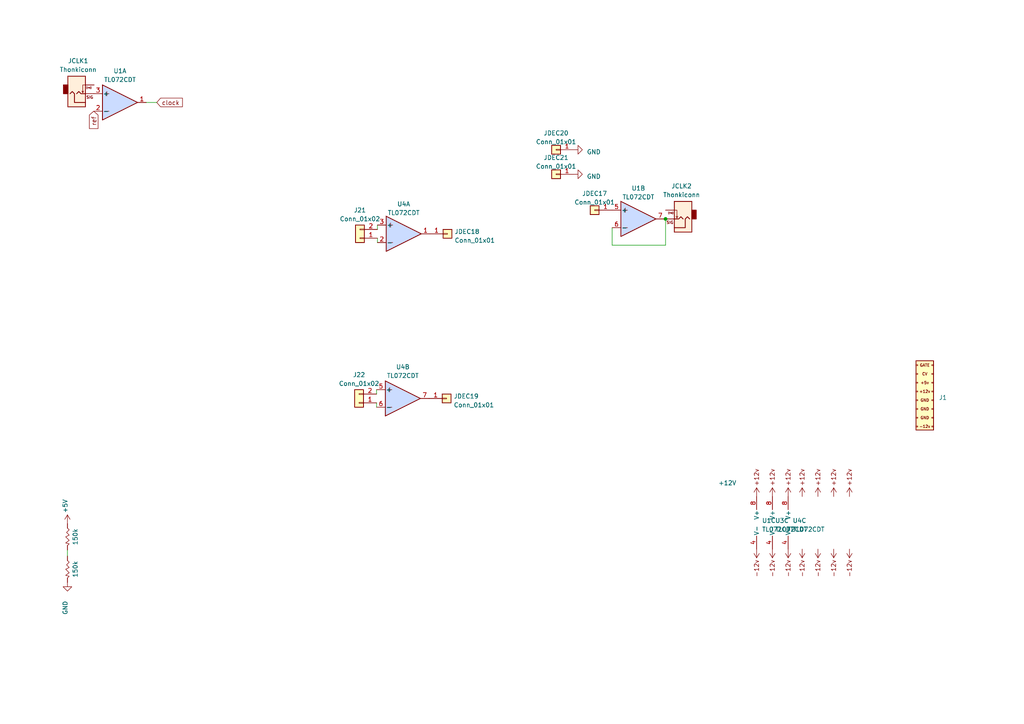
<source format=kicad_sch>
(kicad_sch (version 20230121) (generator eeschema)
  (paper "A4")
  (lib_symbols
    (symbol "Connector_Generic:Conn_01x01" (pin_names (offset 1.016) hide)
      (property "Reference" "J" (at 0 2.54 0))
      (property "Value" "Conn_01x01" (at 0 -2.54 0))
      (symbol "Conn_01x01_1_1"
        (pin passive line (at -5.08 0 0) (length 3.81) (name "Pin_1") (number "1"))
      )
    )
    (symbol "Connector_Generic:Conn_01x02" (pin_names (offset 1.016) hide)
      (property "Reference" "J" (at 0 2.54 0))
      (property "Value" "Conn_01x02" (at 0 -5.08 0))
      (symbol "Conn_01x02_1_1"
        (pin passive line (at -5.08 0 0) (length 3.81) (name "Pin_1") (number "1"))
        (pin passive line (at -5.08 -2.54 0) (length 3.81) (name "Pin_2") (number "2"))
      )
    )
    (symbol "Connector_Generic:Conn_01x03" (pin_names (offset 1.016) hide)
      (property "Reference" "J" (at 0 5.08 0))
      (property "Value" "Conn_01x03" (at 0 -5.08 0))
      (symbol "Conn_01x03_1_1"
        (pin passive line (at -5.08 2.54 0) (length 3.81) (name "Pin_1") (number "1"))
        (pin passive line (at -5.08 0 0) (length 3.81) (name "Pin_2") (number "2"))
        (pin passive line (at -5.08 -2.54 0) (length 3.81) (name "Pin_3") (number "3"))
      )
    )
    (symbol "Connector_Generic:Conn_01x05" (pin_names (offset 1.016) hide)
      (property "Reference" "J" (at 0 7.62 0))
      (property "Value" "Conn_01x05" (at 0 -7.62 0))
      (symbol "Conn_01x05_1_1"
        (pin passive line (at -5.08 5.08 0) (length 3.81) (name "Pin_1") (number "1"))
        (pin passive line (at -5.08 2.54 0) (length 3.81) (name "Pin_2") (number "2"))
        (pin passive line (at -5.08 0 0) (length 3.81) (name "Pin_3") (number "3"))
        (pin passive line (at -5.08 -2.54 0) (length 3.81) (name "Pin_4") (number "4"))
        (pin passive line (at -5.08 -5.08 0) (length 3.81) (name "Pin_5") (number "5"))
      )
    )
    (symbol "EuroRackTools:+5V" (power) (pin_names (offset 0))
      (property "Value" "+5V" (at 0 3.556 0))
      (symbol "+5V_1_1"
        (pin power_in line (at 0 0 90) (length 0) hide (name "+5V") (number "1"))
      )
    )
    (symbol "EuroRackTools:1N4148WS" (pin_numbers hide) (pin_names (offset 1.016) hide)
      (property "Reference" "D" (at 0 2.54 0))
      (property "Value" "1N4148WS" (at 0 -2.54 0))
      (symbol "1N4148WS_1_1"
        (pin passive line (at -3.81 0 0) (length 2.54) (name "K") (number "1"))
        (pin passive line (at 3.81 0 180) (length 2.54) (name "A") (number "2"))
      )
    )
    (symbol "EuroRackTools:CD4017" (pin_names (offset 1.016))
      (property "Reference" "U" (at -7.62 16.51 0))
      (property "Value" "CD4017BM" (at -7.62 -19.05 0))
      (property "lcsc" "C356694" (at 0 0 0))
      (symbol "CD4017_1_0"
        (pin output line (at 12.7 0 180) (length 5.08) (name "Q5") (number "1"))
        (pin output line (at 12.7 2.54 180) (length 5.08) (name "Q4") (number "10"))
        (pin output line (at 12.7 -10.16 180) (length 5.08) (name "Q9") (number "11"))
        (pin output line (at 12.7 -15.24 180) (length 5.08) (name "Cout") (number "12"))
        (pin input inverted (at -12.7 10.16 0) (length 5.08) (name "CKEN") (number "13"))
        (pin input clock (at -12.7 12.7 0) (length 5.08) (name "CLK") (number "14"))
        (pin input line (at -12.7 5.08 0) (length 5.08) (name "Reset") (number "15"))
        (pin power_in line (at 0 20.32 270) (length 5.08) (name "VDD") (number "16"))
        (pin output line (at 12.7 10.16 180) (length 5.08) (name "Q1") (number "2"))
        (pin output line (at 12.7 12.7 180) (length 5.08) (name "Q0") (number "3"))
        (pin output line (at 12.7 7.62 180) (length 5.08) (name "Q2") (number "4"))
        (pin output line (at 12.7 -2.54 180) (length 5.08) (name "Q6") (number "5"))
        (pin output line (at 12.7 -5.08 180) (length 5.08) (name "Q7") (number "6"))
        (pin output line (at 12.7 5.08 180) (length 5.08) (name "Q3") (number "7"))
        (pin power_in line (at 0 -22.86 90) (length 5.08) (name "VSS") (number "8"))
        (pin output line (at 12.7 -7.62 180) (length 5.08) (name "Q8") (number "9"))
      )
    )
    (symbol "EuroRackTools:EuroPower16" (pin_names (offset 1.016) hide)
      (property "Reference" "J" (at 1.27 10.16 0))
      (symbol "EuroPower16_0_0"
        (text "+12v" (at 1.27 0 0) (effects (font (size 0.8 0.8))))
        (text "+5v" (at 1.27 2.54 0) (effects (font (size 0.8 0.8))))
        (text "-12v" (at 1.27 -10.16 0) (effects (font (size 0.8 0.8))))
        (text "CV" (at 1.27 5.08 0) (effects (font (size 0.8 0.8))))
        (text "GATE" (at 1.27 7.62 0) (effects (font (size 0.8 0.8))))
        (text "GND" (at 1.27 -7.62 0) (effects (font (size 0.8 0.8))))
        (text "GND" (at 1.27 -5.08 0) (effects (font (size 0.8 0.8))))
        (text "GND" (at 1.27 -2.54 0) (effects (font (size 0.8 0.8))))
      )
      (symbol "EuroPower16_1_1"
        (pin power_in line (at 3.81 -10.16 0) (length 3.81) hide (name "-12V") (number "1"))
        (pin power_in line (at -1.27 0 180) (length 3.81) hide (name "+12V") (number "10"))
        (pin power_in line (at 3.81 2.54 0) (length 3.81) hide (name "+5V") (number "11"))
        (pin power_in line (at -1.27 2.54 180) (length 3.81) hide (name "+5V") (number "12"))
        (pin power_in line (at 3.81 5.08 0) (length 3.81) hide (name "CV") (number "13"))
        (pin power_in line (at -1.27 5.08 180) (length 3.81) hide (name "CV") (number "14"))
        (pin power_in line (at 3.81 7.62 0) (length 3.81) hide (name "GATE") (number "15"))
        (pin power_in line (at -1.27 7.62 180) (length 3.81) hide (name "GATE") (number "16"))
        (pin power_in line (at -1.27 -10.16 180) (length 3.81) hide (name "-12V") (number "2"))
        (pin power_in line (at 3.81 -7.62 0) (length 3.81) hide (name "GND") (number "3"))
        (pin power_in line (at -1.27 -7.62 180) (length 3.81) hide (name "GND") (number "4"))
        (pin power_in line (at 3.81 -5.08 0) (length 3.81) hide (name "GND") (number "5"))
        (pin power_in line (at -1.27 -5.08 180) (length 3.81) hide (name "GND") (number "6"))
        (pin power_in line (at 3.81 -2.54 0) (length 3.81) hide (name "GND") (number "7"))
        (pin power_in line (at -1.27 -2.54 180) (length 3.81) hide (name "GND") (number "8"))
        (pin power_in line (at 3.81 0 0) (length 3.81) hide (name "+12V") (number "9"))
      )
    )
    (symbol "EuroRackTools:GND" (power) (pin_names (offset 0))
      (property "Value" "GND" (at 0 -3.81 0))
      (symbol "GND_1_1"
        (pin power_in line (at 0 0 270) (length 0) hide (name "GND") (number "1"))
      )
    )
    (symbol "EuroRackTools:PUSHBTN_DPDT_LATCH" (pin_names (offset 0) hide)
      (symbol "PUSHBTN_DPDT_LATCH_1_1"
        (pin passive line (at -5.08 2.286 0) (length 2.54) (name "A") (number "1"))
        (pin passive line (at -5.08 0 0) (length 2.54) (name "A") (number "2"))
        (pin passive line (at 5.08 0 180) (length 2.54) (name "B") (number "3"))
        (pin passive line (at -5.08 -7.112 0) (length 2.54) (name "A") (number "4"))
        (pin passive line (at -5.08 -4.826 0) (length 2.54) (name "A") (number "5"))
        (pin passive line (at 5.08 -4.826 180) (length 2.54) (name "B") (number "6"))
      )
    )
    (symbol "EuroRackTools:Thonkiconn" (pin_numbers hide) (in_bom no)
      (property "Reference" "J" (at -1.524 3.048 0))
      (property "Value" "Thonkiconn" (at -0.254 -6.35 0))
      (symbol "Thonkiconn_0_0"
        (text "(no)" (at 3.302 1.778 0) (effects (font (size 0.5 0.5))))
        (text "SIG" (at 3.556 -1.016 0) (effects (font (size 0.8 0.8))))
      )
      (symbol "Thonkiconn_1_1"
        (pin power_in line (at 2.286 -2.54 180) (length 2.54) hide (name "GND") (number "S"))
        (pin passive line (at 4.826 0 180) (length 2.54) (name "~") (number "T"))
        (pin passive line (at 4.826 2.54 180) (length 2.54) (name "~") (number "TN"))
      )
    )
    (symbol "EuroRackTools:opamp harness" (power) (pin_names (offset 0))
      (property "Value" "opamp harness" (at -0.508 13.208 0))
      (symbol "opamp harness_1_1"
        (text "+12v" (at -13.208 5.588 900) (effects (font (size 1.27 1.27))))
        (text "+12v" (at -8.636 5.588 900) (effects (font (size 1.27 1.27))))
        (text "+12v" (at -4.064 5.588 900) (effects (font (size 1.27 1.27))))
        (text "+12v" (at 0 5.588 900) (effects (font (size 1.27 1.27))))
        (text "+12v" (at 4.572 5.588 900) (effects (font (size 1.27 1.27))))
        (text "+12v" (at 9.144 5.588 900) (effects (font (size 1.27 1.27))))
        (text "+12v" (at 13.716 5.588 900) (effects (font (size 1.27 1.27))))
        (text "-12v" (at -13.208 -20.828 900) (effects (font (size 1.27 1.27))))
        (text "-12v" (at -8.636 -20.828 900) (effects (font (size 1.27 1.27))))
        (text "-12v" (at -4.064 -20.828 900) (effects (font (size 1.27 1.27))))
        (text "-12v" (at 0 -20.828 900) (effects (font (size 1.27 1.27))))
        (text "-12v" (at 4.572 -20.828 900) (effects (font (size 1.27 1.27))))
        (text "-12v" (at 9.144 -20.828 900) (effects (font (size 1.27 1.27))))
        (text "-12v" (at 13.716 -20.828 900) (effects (font (size 1.27 1.27))))
        (pin power_in line (at -13.208 0 90) (length 0) hide (name "+12V") (number "1"))
        (pin power_in line (at -8.636 0 90) (length 0) hide (name "+12V") (number "1"))
        (pin power_in line (at -4.064 0 90) (length 0) hide (name "+12V") (number "1"))
        (pin power_in line (at 0 0 90) (length 0) hide (name "+12V") (number "1"))
        (pin power_in line (at 4.572 0 90) (length 0) hide (name "+12V") (number "1"))
        (pin power_in line (at 9.144 0 90) (length 0) hide (name "+12V") (number "1"))
        (pin power_in line (at 13.716 0 90) (length 0) hide (name "+12V") (number "1"))
        (pin power_in line (at -13.208 -15.24 270) (length 0) hide (name "-12V") (number "1"))
        (pin power_in line (at -8.636 -15.24 270) (length 0) hide (name "-12V") (number "1"))
        (pin power_in line (at -4.064 -15.24 270) (length 0) hide (name "-12V") (number "1"))
        (pin power_in line (at 0 -15.24 270) (length 0) hide (name "-12V") (number "1"))
        (pin power_in line (at 4.572 -15.24 270) (length 0) hide (name "-12V") (number "1"))
        (pin power_in line (at 9.144 -15.24 270) (length 0) hide (name "-12V") (number "1"))
        (pin power_in line (at 13.716 -15.24 270) (length 0) hide (name "-12V") (number "1"))
      )
    )
    (symbol "kpm-jlcpcb-basic:100k R 0402" (pin_numbers hide) (pin_names (offset 0))
      (property "Value" "100k" (at -0.635 3.81 0))
      (symbol "100k R 0402_1_1"
        (pin passive line (at -3.81 0 0) (length 1.27) (name "~") (number "1"))
        (pin passive line (at 3.81 0 180) (length 1.27) (name "~") (number "2"))
      )
    )
    (symbol "kpm-jlcpcb-basic:150k R 0402" (pin_numbers hide) (pin_names (offset 0))
      (property "Value" "150k" (at -0.635 3.81 0))
      (symbol "150k R 0402_1_1"
        (pin passive line (at -3.81 0 0) (length 1.27) (name "~") (number "1"))
        (pin passive line (at 3.81 0 180) (length 1.27) (name "~") (number "2"))
      )
    )
    (symbol "kpm-jlcpcb-basic:1k R 0603" (pin_numbers hide) (pin_names (offset 0))
      (property "Value" "1k" (at -0.635 3.81 0))
      (symbol "1k R 0603_1_1"
        (pin passive line (at -4.064 0 0) (length 1.27) (name "~") (number "1"))
        (pin passive line (at 3.556 0 180) (length 1.27) (name "~") (number "2"))
      )
    )
    (symbol "kpm-jlcpcb-basic:4.7k R 0402" (pin_numbers hide) (pin_names (offset 0))
      (property "Value" "4.7k" (at -0.635 3.81 0))
      (symbol "4.7k R 0402_1_1"
        (pin passive line (at -3.81 0 0) (length 1.27) (name "~") (number "1"))
        (pin passive line (at 3.81 0 180) (length 1.27) (name "~") (number "2"))
      )
    )
    (symbol "kpm-jlcpcb-basic:TL072CDT" (pin_names (offset 0.127))
      (property "Reference" "U" (at 0 5.08 0))
      (property "Value" "TL072CDT" (at 0 -5.08 0))
      (symbol "TL072CDT_1_1"
        (pin output line (at 7.62 0 180) (length 2.54) (name "~") (number "1"))
        (pin input line (at -7.62 -2.54 0) (length 2.54) (name "-") (number "2"))
        (pin input line (at -7.62 2.54 0) (length 2.54) (name "+") (number "3"))
      )
      (symbol "TL072CDT_2_1"
        (pin input line (at -7.62 2.54 0) (length 2.54) (name "+") (number "5"))
        (pin input line (at -7.62 -2.54 0) (length 2.54) (name "-") (number "6"))
        (pin output line (at 7.62 0 180) (length 2.54) (name "~") (number "7"))
      )
      (symbol "TL072CDT_3_1"
        (pin power_in line (at -2.54 -7.62 90) (length 3.81) (name "V-") (number "4"))
        (pin power_in line (at -2.54 7.62 270) (length 3.81) (name "V+") (number "8"))
      )
    )
    (symbol "kpm-jlcpcb-basic:blue LED 0603" (pin_numbers hide) (pin_names (offset 1.016) hide)
      (property "Reference" "D" (at 0 2.54 0))
      (symbol "blue LED 0603_1_1"
        (pin passive line (at -3.81 0 0) (length 2.54) (name "K") (number "1"))
        (pin passive line (at 3.81 0 180) (length 2.54) (name "A") (number "2"))
      )
    )
  )
  (junction (at 32.512 375.158))
  (junction (at 104.902 -135.636))
  (junction (at 104.902 -142.494))
  (junction (at 104.902 -130.556))
  (junction (at 104.902 -107.188))
  (junction (at 104.902 -118.872))
  (junction (at 32.512 378.714))
  (junction (at 145.542 -133.096))
  (junction (at 104.902 -154.178))
  (junction (at 32.512 371.094))
  (junction (at 193.04 63.5))
  (junction (at 134.874 -133.096))
  (junction (at 104.902 -165.862))
  (junction (at 32.512 373.634))
  (junction (at 32.512 366.014))
  (junction (at 32.512 376.174))
  (junction (at 32.512 368.554))
  (junction (at 165.354 -130.556))
  (wire (pts (xy 165.354 -123.698) (xy 165.354 -130.556)))
  (wire (pts (xy 119.888 343.408) (xy 114.808 343.408)))
  (wire (pts (xy 159.258 327.152) (xy 154.178 327.152)))
  (wire (pts (xy 112.014 367.284) (xy 112.014 372.11)))
  (wire (pts (xy 69.088 -107.188) (xy 48.26 -107.188)))
  (wire (pts (xy 153.924 364.236) (xy 153.924 366.776)))
  (wire (pts (xy 150.622 241.3) (xy 148.082 241.3)))
  (wire (pts (xy 69.088 -177.546) (xy 42.926 -177.546)))
  (wire (pts (xy 112.268 339.852) (xy 112.268 345.948)))
  (wire (pts (xy 114.554 367.284) (xy 119.634 367.284)))
  (wire (pts (xy 42.926 -177.546) (xy 42.926 -158.242)))
  (wire (pts (xy 86.868 -177.546) (xy 104.902 -177.546)))
  (wire (pts (xy 28.702 306.832) (xy 28.702 294.132)))
  (wire (pts (xy 113.792 265.938) (xy 113.792 268.478)))
  (wire (pts (xy 154.178 289.56) (xy 154.178 292.1)))
  (wire (pts (xy 19.558 159.512) (xy 19.558 161.29)))
  (wire (pts (xy 159.258 276.352) (xy 159.258 281.178)))
  (wire (pts (xy 119.888 305.816) (xy 114.808 305.816)))
  (wire (pts (xy 109.474 376.936) (xy 112.014 376.936)))
  (wire (pts (xy 109.728 302.26) (xy 112.268 302.26)))
  (wire (pts (xy 104.902 -154.178) (xy 104.902 -142.494)))
  (wire (pts (xy 159.258 323.596) (xy 159.258 327.152)))
  (wire (pts (xy 32.512 363.474) (xy 32.512 366.014)))
  (wire (pts (xy 109.474 65.278) (xy 109.474 66.548)))
  (wire (pts (xy 86.868 -107.188) (xy 104.902 -107.188)))
  (wire (pts (xy 150.622 236.474) (xy 150.622 241.3)))
  (wire (pts (xy 149.098 323.596) (xy 151.638 323.596)))
  (wire (pts (xy 150.114 -133.096) (xy 145.542 -133.096)))
  (wire (pts (xy 119.634 367.284) (xy 119.634 372.11)))
  (wire (pts (xy 112.014 -135.636) (xy 104.902 -135.636)))
  (wire (pts (xy 151.384 351.282) (xy 151.384 355.854)))
  (wire (pts (xy 54.102 306.832) (xy 28.702 306.832)))
  (wire (pts (xy 112.014 376.936) (xy 112.014 383.032)))
  (wire (pts (xy 42.926 -140.462) (xy 46.736 -140.462)))
  (wire (pts (xy 48.26 -107.188) (xy 48.26 -143.002)))
  (wire (pts (xy 159.004 360.68) (xy 159.004 364.236)))
  (wire (pts (xy 108.712 252.73) (xy 108.712 255.27)))
  (wire (pts (xy 109.728 339.852) (xy 112.268 339.852)))
  (wire (pts (xy 46.736 -95.504) (xy 69.088 -95.504)))
  (wire (pts (xy 104.902 -118.872) (xy 104.902 -107.188)))
  (wire (pts (xy 104.902 -107.188) (xy 104.902 -95.504)))
  (wire (pts (xy 153.162 249.682) (xy 153.162 252.222)))
  (wire (pts (xy 32.512 378.714) (xy 32.512 381.254)))
  (wire (pts (xy 149.098 325.882) (xy 149.098 329.692)))
  (wire (pts (xy 158.242 236.474) (xy 158.242 241.3)))
  (wire (pts (xy 104.902 -130.556) (xy 104.902 -118.872)))
  (wire (pts (xy 192.786 63.5) (xy 193.04 63.5)))
  (wire (pts (xy 111.252 257.556) (xy 108.712 257.556)))
  (wire (pts (xy 114.554 380.492) (xy 114.554 383.032)))
  (wire (pts (xy 151.638 276.352) (xy 151.638 281.178)))
  (wire (pts (xy 151.638 281.178) (xy 149.098 281.178)))
  (wire (pts (xy 46.736 -153.162) (xy 42.926 -153.162)))
  (wire (pts (xy 145.542 -133.096) (xy 142.494 -133.096)))
  (wire (pts (xy 112.268 330.2) (xy 112.268 335.026)))
  (wire (pts (xy 193.04 63.5) (xy 193.04 71.12)))
  (wire (pts (xy 148.844 351.282) (xy 148.844 353.568)))
  (wire (pts (xy 158.242 249.682) (xy 153.162 249.682)))
  (wire (pts (xy 153.924 351.282) (xy 159.004 351.282)))
  (wire (pts (xy 104.902 -142.494) (xy 104.902 -135.636)))
  (wire (pts (xy 45.466 -165.862) (xy 69.088 -165.862)))
  (wire (pts (xy 148.082 236.474) (xy 148.082 239.014)))
  (wire (pts (xy 69.088 -154.178) (xy 46.736 -154.178)))
  (wire (pts (xy 149.098 313.944) (xy 149.098 316.484)))
  (wire (pts (xy 148.844 362.966) (xy 148.844 366.776)))
  (wire (pts (xy 112.268 297.434) (xy 109.728 297.434)))
  (wire (pts (xy 119.634 380.492) (xy 114.554 380.492)))
  (wire (pts (xy 32.512 376.174) (xy 32.512 378.714)))
  (wire (pts (xy 118.872 262.382) (xy 118.872 265.938)))
  (wire (pts (xy 112.014 372.11) (xy 109.474 372.11)))
  (wire (pts (xy 49.53 -118.872) (xy 69.088 -118.872)))
  (wire (pts (xy 104.902 -177.546) (xy 104.902 -165.862)))
  (wire (pts (xy 119.634 376.936) (xy 119.634 380.492)))
  (wire (pts (xy 42.926 -137.922) (xy 17.526 -137.922)))
  (wire (pts (xy 86.868 -142.494) (xy 104.902 -142.494)))
  (wire (pts (xy 148.844 360.68) (xy 151.384 360.68)))
  (wire (pts (xy 159.004 364.236) (xy 153.924 364.236)))
  (wire (pts (xy 32.512 375.158) (xy 32.512 376.174)))
  (wire (pts (xy 109.474 379.222) (xy 109.474 383.032)))
  (wire (pts (xy 149.098 288.29) (xy 149.098 292.1)))
  (wire (pts (xy 114.808 330.2) (xy 119.888 330.2)))
  (wire (pts (xy 42.926 -155.702) (xy 45.466 -155.702)))
  (wire (pts (xy 109.474 367.284) (xy 109.474 369.824)))
  (wire (pts (xy 149.098 286.004) (xy 151.638 286.004)))
  (wire (pts (xy 109.22 116.84) (xy 109.22 118.11)))
  (wire (pts (xy 151.638 323.596) (xy 151.638 329.692)))
  (wire (pts (xy 17.526 -137.922) (xy 17.526 -150.622)))
  (wire (pts (xy 46.736 -140.462) (xy 46.736 -95.504)))
  (wire (pts (xy 109.474 69.088) (xy 109.474 70.358)))
  (wire (pts (xy 158.242 246.126) (xy 158.242 249.682)))
  (wire (pts (xy 150.114 -128.016) (xy 150.114 -123.698)))
  (wire (pts (xy 104.902 -165.862) (xy 104.902 -154.178)))
  (wire (pts (xy 159.004 351.282) (xy 159.004 355.854)))
  (wire (pts (xy 109.728 342.138) (xy 109.728 345.948)))
  (wire (pts (xy 17.272 375.158) (xy 32.512 375.158)))
  (wire (pts (xy 27.305 27.178) (xy 27.178 27.178)))
  (wire (pts (xy 109.728 304.546) (xy 109.728 308.356)))
  (wire (pts (xy 114.808 305.816) (xy 114.808 308.356)))
  (wire (pts (xy 112.268 302.26) (xy 112.268 308.356)))
  (wire (pts (xy 159.258 289.56) (xy 154.178 289.56)))
  (wire (pts (xy 42.926 -145.542) (xy 49.53 -145.542)))
  (wire (pts (xy 114.808 343.408) (xy 114.808 345.948)))
  (wire (pts (xy 151.384 360.68) (xy 151.384 366.776)))
  (wire (pts (xy 154.178 327.152) (xy 154.178 329.692)))
  (wire (pts (xy 32.512 366.014) (xy 32.512 368.554)))
  (wire (pts (xy 86.868 -118.872) (xy 104.902 -118.872)))
  (wire (pts (xy 119.888 292.608) (xy 119.888 297.434)))
  (wire (pts (xy 86.868 -154.178) (xy 104.902 -154.178)))
  (wire (pts (xy 118.872 265.938) (xy 113.792 265.938)))
  (wire (pts (xy 108.712 264.668) (xy 108.712 268.478)))
  (wire (pts (xy 151.638 313.944) (xy 151.638 318.77)))
  (wire (pts (xy 108.712 262.382) (xy 111.252 262.382)))
  (wire (pts (xy 153.162 236.474) (xy 158.242 236.474)))
  (wire (pts (xy 151.638 286.004) (xy 151.638 292.1)))
  (wire (pts (xy 51.308 -148.082) (xy 51.308 -130.556)))
  (wire (pts (xy 159.258 313.944) (xy 159.258 318.77)))
  (wire (pts (xy 154.178 276.352) (xy 159.258 276.352)))
  (wire (pts (xy 114.808 292.608) (xy 119.888 292.608)))
  (wire (pts (xy 53.848 -150.622) (xy 42.926 -150.622)))
  (wire (pts (xy 86.868 -95.504) (xy 104.902 -95.504)))
  (wire (pts (xy 32.512 368.554) (xy 32.512 371.094)))
  (wire (pts (xy 111.252 252.73) (xy 111.252 257.556)))
  (wire (pts (xy 150.114 -123.698) (xy 165.354 -123.698)))
  (wire (pts (xy 32.512 373.634) (xy 32.512 375.158)))
  (wire (pts (xy 112.268 335.026) (xy 109.728 335.026)))
  (wire (pts (xy 111.252 262.382) (xy 111.252 268.478)))
  (wire (pts (xy 104.902 -135.636) (xy 104.902 -130.556)))
  (wire (pts (xy 42.926 -148.082) (xy 51.308 -148.082)))
  (wire (pts (xy 45.466 -155.702) (xy 45.466 -165.862)))
  (wire (pts (xy 109.728 330.2) (xy 109.728 332.74)))
  (wire (pts (xy 177.546 71.12) (xy 177.546 66.04)))
  (wire (pts (xy 193.04 71.12) (xy 177.546 71.12)))
  (wire (pts (xy 42.418 29.718) (xy 45.466 29.718)))
  (wire (pts (xy 159.258 286.004) (xy 159.258 289.56)))
  (wire (pts (xy 69.088 -142.494) (xy 53.848 -142.494)))
  (wire (pts (xy 150.622 246.126) (xy 150.622 252.222)))
  (wire (pts (xy 154.178 313.944) (xy 159.258 313.944)))
  (wire (pts (xy 32.512 371.094) (xy 32.512 373.634)))
  (wire (pts (xy 119.888 339.852) (xy 119.888 343.408)))
  (wire (pts (xy 148.082 248.412) (xy 148.082 252.222)))
  (wire (pts (xy 46.736 -154.178) (xy 46.736 -153.162)))
  (wire (pts (xy 109.728 292.608) (xy 109.728 295.148)))
  (wire (pts (xy 149.098 276.352) (xy 149.098 278.892)))
  (wire (pts (xy 193.04 63.5) (xy 193.167 63.5)))
  (wire (pts (xy 51.308 -130.556) (xy 69.088 -130.556)))
  (wire (pts (xy 86.868 -130.556) (xy 104.902 -130.556)))
  (wire (pts (xy 109.22 113.03) (xy 109.22 114.3)))
  (wire (pts (xy 151.638 318.77) (xy 149.098 318.77)))
  (wire (pts (xy 119.888 302.26) (xy 119.888 305.816)))
  (wire (pts (xy 48.26 -143.002) (xy 42.926 -143.002)))
  (wire (pts (xy 118.872 252.73) (xy 118.872 257.556)))
  (wire (pts (xy 49.53 -145.542) (xy 49.53 -118.872)))
  (wire (pts (xy 112.268 292.608) (xy 112.268 297.434)))
  (wire (pts (xy 148.082 246.126) (xy 150.622 246.126)))
  (wire (pts (xy 53.848 -142.494) (xy 53.848 -150.622)))
  (wire (pts (xy 86.868 -165.862) (xy 104.902 -165.862)))
  (wire (pts (xy 119.888 330.2) (xy 119.888 335.026)))
  (wire (pts (xy 151.384 355.854) (xy 148.844 355.854)))
  (wire (pts (xy 113.792 252.73) (xy 118.872 252.73)))
  (text "https://www.falstad.com/circuit/circuitjs.html?ctz=CQAgjCAMB0l3BWEA2aAWB8CcBmSy0AOBBAdkJE0pDR0oFMBaMMAKACVw00UetleUEACYQhSCOhJhUkDmhg0YBFmHIEOBISylcUBcIQcuPMMIr9w5oaPGTps+auRYskQmBeFSwpTxhmRpyKpqoglmBhErbRsjJIaNCkZjiE2uKpaC76gcYhIggCloYC0WKxDkgI6DrkybTkwmCpOYasAM4mgr4SBEISAGYAhgA27fQdXWYUPVYUEhDDYxOd+ZGis+v9IEvjk-klImjRhUKLo3sA7nLCvTw4t3NQrNcPC9Zv4MgSkC83C99-uAon9PltPodfpxDjgcAJbhRYaURLx3tsYIQ-scARIwYDfq9How+p8fqCiZZPsT-OSJMwPhTSrSQMwwlTps9VtwbMd0TsLisutSjnS+gt+ct9tz6TNeTKzhK9lyeKyNnKtuLdhNgtyJJYfii7PF7JJNMhItw3OscBhWkEhX1LMKyka4rIwFJSJBdMgHshdER+KUDPb8vKnRyXRUTTByBosB5fTgdNxCHQAm0dSqthGoobo8afiHmbjHmLWEMaHBwKQBEQFrXwlYWWZwPB4DG2+3jNjgaI4RQNUJeYX+lJWAAnGh2MCNhDcodgdu-AAmlAXYXUAi2ohX9GGAFcRgAXScoU5bLcFZFL7sAc3P8NOV-M82ela9PARIHIX-cTdbeku3bFkYEgWdFFhQpSBUXxpgERgwIg2gEHMdZxDSchgLgP4ry2T8+2ea4COEXwf0IP95j+X8RH-CiZn-VcRRbNkiR3EA90PE9WDXWZ5XZaxd33IYj1PXi5RJIk+iErixOY0sDRkkTuPEu4gWkjjhNEnjmI5MFBM02SdM2ViFjCJTtNU68gUOCyVPXUJRFoDYfBRTjlLkwo6QHGgiBZV83K0+zDkYPB7jhFkwsCozeNOULkERCL4pmQyPOMuLnLkJLMrsuSQrQSlsuKVLLOsxgvKyhCKty9KEOQMikRZeqvxK4K4oSxK6rSaK0tihCYP7JKBp67SpwKhDMkoQFkrOZce08SKErkCjFrfCQR1kA0YCMSslAmlbxsilasGbIDbxA41ElUQhzBcVQYPELJsIJSqWQqxrGEOqEvjpYaWFERhhqjE1RwzUNpo68BAMh4HjULJJiGTRNYRTIh02LYIIbI-6mrI2G3SQD0yG9fg-QDbRkGDXJMbpCqcfK-F8xBt0zQtArwNUG0kDB-ZpuGkKgaELVedFbqQph8BFUFTxRTI8W8cl4XVmm6q4oqg1hdeIbUNe4lupej7IcN04DaSq9Dbx0EzYapL1axBbPurD7e1Nialo+qLXZZXsPaWr3PoeXWXathDDudwPfmV7zIC-OLPaFgURdWsqfI1xOo+9wP8ojxX05+73igy-Vc8lGnIpjqGAfjmJmaqGpSDqSDGmaeYMfzmb6dTpm4dkRJkmEVJ0kgTJsh5suA9EenMvxyo5GgZxXHcTwEx8Pw7TyabDqn4ua57pB5EUZRnA0LQdD0HnrlTfzupy1yXvoyKdf4bydd+D8ltCnWH8-0QTuUFtCbLgkNUYgtZ1DCBTCwC0lBoCgJ8KkUgxwCDL2en8CqM1mrJ1+McOgZBQ52AIp9BaEhvAAH1PCkMgKQ44CZSG3EobAbAtZCiGFIcwOhpCyE4CxIHTQTks532oh-Rq38+HPDXJgmaPhvJLRqsRIkPlawUBmr8Kc0jk7qMYAFBYc0HyaICvo3kZItYCDEZlMR2Dh5Ah8lfae4QEDkOQJQ6hkAdCkIcWBOA5BAhsLABwrADjuGVhhDrRqYi-5IGYIA5cJpWznRwtCU4PkcZd3WtGLa44AD2chtzIhoYOIs7YdBbkMDYHJchWDZOIF8YcriGL6CKcw+qhNDT71YEAA" (at -56.388 500.126 0) (effects (font (size 1.27 1.27)) (justify left bottom)))
  (global_label "ref" (shape input) (at 27.178 32.258 270) (property "Intersheetrefs" "${INTERSHEET_REFS}" (effects hide)))
  (global_label "clock" (shape input) (at 17.526 -158.242 180) (property "Intersheetrefs" "${INTERSHEET_REFS}" (effects hide)))
  (global_label "clock" (shape input) (at 45.466 29.718 0) (property "Intersheetrefs" "${INTERSHEET_REFS}" (effects hide)))
  (global_label "ref" (shape input) (at 112.014 -130.556 180) (property "Intersheetrefs" "${INTERSHEET_REFS}" (effects hide)))
  (global_label "clock" (shape input) (at 17.272 380.238 0) (property "Intersheetrefs" "${INTERSHEET_REFS}" (effects hide)))
  (global_label "ref" (shape input) (at 17.272 377.698 0) (property "Intersheetrefs" "${INTERSHEET_REFS}" (effects hide)))
  (global_label "clock" (shape input) (at 134.874 -125.476 270) (property "Intersheetrefs" "${INTERSHEET_REFS}" (effects hide)))
  (global_label "clock" (shape input) (at 13.97 286.512 180) (property "Intersheetrefs" "${INTERSHEET_REFS}" (effects hide)))
  (symbol (lib_id "EuroRackTools:1N4148WS") (at 83.058 -165.862 180) (unit 1)
    (property "Reference" "D3" (at 83.058 -171.45 0))
    (property "Value" "1N4148WS" (at 83.058 -168.91 0))
    (property "Footprint" "EuroRackTools:D_SOD-323" (effects hide))
    (property "Datasheet" "https://www.vishay.com/docs/85751/1n4148ws.pdf" (effects hide))
    (property "Sim.Pins" "1=1 2=2" (effects hide))
    (property "Sim.Device" "SPICE" (effects hide))
    (property "Sim.Params" "type=\"D\" model=\"1N4148\" lib=\"\"" (effects hide))
    (property "LCSC" "C2128" (effects hide))
  )
  (symbol (lib_id "kpm-jlcpcb-basic:TL072CDT") (at 119.634 -133.096 0) (unit 1)
    (property "Reference" "U3" (at 119.634 -141.732 0))
    (property "Value" "TL072CDT" (at 119.634 -139.192 0))
    (property "Footprint" "kpm-jlcpcb-basic:SOIC-8_3.9x4.9mm_P1.27mm" (effects hide))
    (property "Datasheet" "https://datasheet.lcsc.com/lcsc/1809051915_STMicroelectronics-TL072CDT--_C6961.pdf" (effects hide))
    (property "LCSC" "C6961" (effects hide))
  )
  (symbol (lib_id "Connector_Generic:Conn_01x02") (at 104.14 116.84 180) (unit 1)
    (property "Reference" "J22" (at 104.14 108.712 0))
    (property "Value" "Conn_01x02" (at 104.14 111.252 0))
    (property "Footprint" "Connector_PinSocket_2.54mm:PinSocket_1x02_P2.54mm_Vertical" (effects hide))
  )
  (symbol (lib_id "EuroRackTools:+5V") (at 69.088 -90.678 90) (unit 1)
    (property "Reference" "#PWR018" (effects hide))
    (property "Value" "+5V" (at 65.786 -90.043 90) (effects (justify left)))
  )
  (symbol (lib_id "Connector_Generic:Conn_01x01") (at 59.182 294.132 0) (unit 1)
    (property "Reference" "JDEC3" (at 61.468 293.497 0) (effects (justify left)))
    (property "Value" "Conn_01x01" (at 61.468 296.037 0) (effects (justify left)))
    (property "Footprint" "Connector_PinSocket_2.54mm:PinSocket_1x01_P2.54mm_Vertical" (effects hide))
  )
  (symbol (lib_id "Connector_Generic:Conn_01x01") (at 59.182 289.052 0) (unit 1)
    (property "Reference" "JDEC1" (at 61.468 288.417 0) (effects (justify left)))
    (property "Value" "Conn_01x01" (at 61.468 290.957 0) (effects (justify left)))
    (property "Footprint" "Connector_PinSocket_2.54mm:PinSocket_1x01_P2.54mm_Vertical" (effects hide))
  )
  (symbol (lib_id "kpm-jlcpcb-basic:TL072CDT") (at 221.996 151.638 0) (unit 3)
    (property "Reference" "U1" (at 220.98 151.003 0) (effects (justify left)))
    (property "Value" "TL072CDT" (at 220.98 153.543 0) (effects (justify left)))
    (property "Footprint" "kpm-jlcpcb-basic:SOIC-8_3.9x4.9mm_P1.27mm" (effects hide))
    (property "Datasheet" "https://datasheet.lcsc.com/lcsc/1809051915_STMicroelectronics-TL072CDT--_C6961.pdf" (effects hide))
    (property "LCSC" "C6961" (effects hide))
  )
  (symbol (lib_id "kpm-jlcpcb-basic:TL072CDT") (at 231.14 151.638 0) (unit 3)
    (property "Reference" "U4" (at 229.87 151.003 0) (effects (justify left)))
    (property "Value" "TL072CDT" (at 229.87 153.543 0) (effects (justify left)))
    (property "Footprint" "kpm-jlcpcb-basic:SOIC-8_3.9x4.9mm_P1.27mm" (effects hide))
    (property "Datasheet" "https://datasheet.lcsc.com/lcsc/1809051915_STMicroelectronics-TL072CDT--_C6961.pdf" (effects hide))
    (property "LCSC" "C6961" (effects hide))
  )
  (symbol (lib_id "EuroRackTools:Thonkiconn") (at 177.8 -130.556 0) (mirror y) (unit 1) (in_bom no)
    (property "Reference" "JOUT1" (at 177.6093 -140.081 0))
    (property "Value" "Thonkiconn" (at 177.6093 -137.541 0))
    (property "Footprint" "EuroRackTools:Jack_3.5mm_QingPu_WQP-PJ398SM_Vertical_CircularHoles" (effects hide))
  )
  (symbol (lib_id "kpm-jlcpcb-basic:150k R 0402") (at 19.558 165.1 270) (unit 1)
    (property "Reference" "R3" (effects hide))
    (property "Value" "150k" (at 21.844 165.1 0))
    (property "Footprint" "kpm-jlcpcb-basic:R_0402_1005Metric" (effects hide))
    (property "Datasheet" "https://datasheet.lcsc.com/lcsc/2206010100_UNI-ROYAL-Uniroyal-Elec-0402WGF1503TCE_C25755.pdf" (effects hide))
    (property "LCSC" "C25755" (effects hide))
    (property "Stock" "134883" (effects hide))
    (property "price" "0.0005" (effects hide))
  )
  (symbol (lib_id "kpm-jlcpcb-basic:4.7k R 0402") (at 90.678 -161.036 0) (unit 1)
    (property "Reference" "R5" (effects hide))
    (property "Value" "4.7k" (at 90.678 -162.56 0))
    (property "Footprint" "kpm-jlcpcb-basic:R_0402_1005Metric" (effects hide))
    (property "Datasheet" "https://datasheet.lcsc.com/lcsc/2206010045_UNI-ROYAL-Uniroyal-Elec-0402WGF4701TCE_C25900.pdf" (effects hide))
    (property "LCSC" "C25900" (effects hide))
    (property "Stock" "1990393" (effects hide))
    (property "price" "0.0006" (effects hide))
  )
  (symbol (lib_id "EuroRackTools:EuroPower16") (at 266.954 113.538 0) (unit 1)
    (property "Reference" "J1" (at 272.288 115.316 0) (effects (justify left)))
    (property "Value" "EuroPower16" (effects hide))
    (property "Footprint" "Connector_IDC:IDC-Header_2x08_P2.54mm_Vertical" (effects hide))
  )
  (symbol (lib_id "kpm-jlcpcb-basic:4.7k R 0402") (at 90.678 -102.362 0) (unit 1)
    (property "Reference" "R10" (effects hide))
    (property "Value" "4.7k" (at 90.678 -103.886 0))
    (property "Footprint" "kpm-jlcpcb-basic:R_0402_1005Metric" (effects hide))
    (property "Datasheet" "https://datasheet.lcsc.com/lcsc/2206010045_UNI-ROYAL-Uniroyal-Elec-0402WGF4701TCE_C25900.pdf" (effects hide))
    (property "LCSC" "C25900" (effects hide))
    (property "Stock" "1990393" (effects hide))
    (property "price" "0.0006" (effects hide))
  )
  (symbol (lib_id "kpm-jlcpcb-basic:blue LED 0603") (at 83.058 -114.046 180) (unit 1)
    (property "Reference" "D12" (at 84.6455 -118.11 0))
    (property "Value" "blue" (effects hide))
    (property "Footprint" "kpm-jlcpcb-basic:LED_0603_1608Metric" (effects hide))
    (property "Datasheet" "https://datasheet.lcsc.com/lcsc/1811101510_Everlight-Elec-19-217-BHC-ZL1M2RY-3T_C72041.pdf" (effects hide))
    (property "LCSC" "C72041" (effects hide))
    (property "Stock" "333440" (effects hide))
    (property "price" "0.0179" (effects hide))
  )
  (symbol (lib_id "EuroRackTools:GND") (at 17.526 -155.702 270) (unit 1)
    (property "Reference" "#PWR02" (effects hide))
    (property "Value" "GND" (at 14.351 -155.067 90) (effects (justify right)))
  )
  (symbol (lib_id "Connector_Generic:Conn_01x05") (at 151.638 334.772 90) (mirror x) (unit 1)
    (property "Reference" "J14" (at 151.384 366.776 90))
    (property "Value" "Conn_01x05" (effects hide))
    (property "Footprint" "Connector_PinSocket_2.54mm:PinSocket_1x05_P2.54mm_Vertical" (effects hide))
  )
  (symbol (lib_id "EuroRackTools:+5V") (at 156.718 329.692 270) (unit 1)
    (property "Reference" "#PWR0116" (effects hide))
    (property "Value" "+5V" (at 160.02 330.327 90) (effects (justify left)))
  )
  (symbol (lib_id "kpm-jlcpcb-basic:blue LED 0603") (at 83.058 -125.73 180) (unit 1)
    (property "Reference" "D10" (at 84.6455 -129.794 0))
    (property "Value" "blue" (effects hide))
    (property "Footprint" "kpm-jlcpcb-basic:LED_0603_1608Metric" (effects hide))
    (property "Datasheet" "https://datasheet.lcsc.com/lcsc/1811101510_Everlight-Elec-19-217-BHC-ZL1M2RY-3T_C72041.pdf" (effects hide))
    (property "LCSC" "C72041" (effects hide))
    (property "Stock" "333440" (effects hide))
    (property "price" "0.0179" (effects hide))
  )
  (symbol (lib_id "kpm-jlcpcb-basic:TL072CDT") (at 34.798 29.718 0) (unit 1)
    (property "Reference" "U1" (at 34.798 20.574 0))
    (property "Value" "TL072CDT" (at 34.798 23.114 0))
    (property "Footprint" "kpm-jlcpcb-basic:SOIC-8_3.9x4.9mm_P1.27mm" (effects hide))
    (property "Datasheet" "https://datasheet.lcsc.com/lcsc/1809051915_STMicroelectronics-TL072CDT--_C6961.pdf" (effects hide))
    (property "LCSC" "C6961" (effects hide))
  )
  (symbol (lib_id "Connector_Generic:Conn_01x01") (at 23.622 286.512 180) (unit 1)
    (property "Reference" "J2" (at 23.622 281.432 0))
    (property "Value" "Conn_01x01" (at 23.622 283.972 0))
  )
  (symbol (lib_id "Connector_Generic:Conn_01x01") (at 37.592 371.094 0) (unit 1)
    (property "Reference" "JDEC12" (at 39.878 370.459 0) (effects (justify left)))
    (property "Value" "Conn_01x01" (at 39.878 372.999 0) (effects (justify left)))
    (property "Footprint" "Connector_PinSocket_2.54mm:PinSocket_1x01_P2.54mm_Vertical" (effects hide))
  )
  (symbol (lib_id "EuroRackTools:GND") (at 94.488 -102.362 90) (unit 1)
    (property "Reference" "#PWR021" (effects hide))
    (property "Value" "GND" (at 98.806 -101.727 90) (effects (justify right)))
  )
  (symbol (lib_id "EuroRackTools:1N4148WS") (at 138.684 -133.096 180) (unit 1)
    (property "Reference" "D18" (at 138.684 -137.668 0))
    (property "Value" "1N4148WS" (at 138.684 -135.128 0))
    (property "Footprint" "EuroRackTools:D_SOD-323" (effects hide))
    (property "Datasheet" "https://www.vishay.com/docs/85751/1n4148ws.pdf" (effects hide))
    (property "Sim.Pins" "1=1 2=2" (effects hide))
    (property "Sim.Device" "SPICE" (effects hide))
    (property "Sim.Params" "type=\"D\" model=\"1N4148\" lib=\"\"" (effects hide))
    (property "LCSC" "C2128" (effects hide))
  )
  (symbol (lib_id "Connector_Generic:Conn_01x05") (at 151.384 371.856 90) (mirror x) (unit 1)
    (property "Reference" "J18" (at 151.384 376.174 90))
    (property "Value" "Conn_01x05" (effects hide))
    (property "Footprint" "Connector_PinSocket_2.54mm:PinSocket_1x05_P2.54mm_Vertical" (effects hide))
  )
  (symbol (lib_id "Connector_Generic:Conn_01x05") (at 150.622 257.302 90) (mirror x) (unit 1)
    (property "Reference" "J6" (at 150.622 261.62 90))
    (property "Value" "Conn_01x05" (effects hide))
    (property "Footprint" "Connector_PinSocket_2.54mm:PinSocket_1x05_P2.54mm_Vertical" (effects hide))
  )
  (symbol (lib_id "kpm-jlcpcb-basic:100k R 0402") (at 131.064 -133.096 0) (unit 1)
    (property "Reference" "R12" (effects hide))
    (property "Value" "100k" (at 131.064 -135.382 0))
    (property "Footprint" "kpm-jlcpcb-basic:R_0402_1005Metric" (effects hide))
    (property "Datasheet" "https://datasheet.lcsc.com/lcsc/2206010100_UNI-ROYAL-Uniroyal-Elec-0402WGF1003TCE_C25741.pdf" (effects hide))
    (property "LCSC" "C25741" (effects hide))
    (property "Stock" "1714917" (effects hide))
    (property "price" "0.0006" (effects hide))
  )
  (symbol (lib_id "EuroRackTools:PUSHBTN_DPDT_LATCH") (at 153.162 241.3 0) (unit 1)
    (property "Reference" "SW41" (effects hide))
    (property "Value" "PUSHBTN_DPDT_LATCH" (effects hide))
    (property "Footprint" "EuroRackTools:SMD switch 6pin" (effects hide))
    (property "lcsc" "C2941005" (effects hide))
  )
  (symbol (lib_id "kpm-jlcpcb-basic:4.7k R 0402") (at 90.678 -114.046 0) (unit 1)
    (property "Reference" "R9" (effects hide))
    (property "Value" "4.7k" (at 90.678 -115.57 0))
    (property "Footprint" "kpm-jlcpcb-basic:R_0402_1005Metric" (effects hide))
    (property "Datasheet" "https://datasheet.lcsc.com/lcsc/2206010045_UNI-ROYAL-Uniroyal-Elec-0402WGF4701TCE_C25900.pdf" (effects hide))
    (property "LCSC" "C25900" (effects hide))
    (property "Stock" "1990393" (effects hide))
    (property "price" "0.0006" (effects hide))
  )
  (symbol (lib_id "Connector_Generic:Conn_01x03") (at 12.192 377.698 180) (unit 1)
    (property "Reference" "J4" (at 12.192 370.332 0))
    (property "Value" "Conn_01x03" (at 12.192 372.872 0))
    (property "Footprint" "Connector_PinSocket_2.54mm:PinSocket_1x03_P2.54mm_Vertical" (effects hide))
  )
  (symbol (lib_id "Connector_Generic:Conn_01x03") (at 151.638 271.272 90) (unit 1)
    (property "Reference" "J11" (at 156.21 270.637 90) (effects (justify right)))
    (property "Value" "Conn_01x03" (effects hide))
    (property "Footprint" "Connector_PinSocket_2.54mm:PinSocket_1x03_P2.54mm_Vertical" (effects hide))
  )
  (symbol (lib_id "EuroRackTools:GND") (at 146.558 292.1 180) (unit 1)
    (property "Reference" "#PWR0113" (effects hide))
    (property "Value" "GND" (at 146.558 288.544 0))
  )
  (symbol (lib_id "EuroRackTools:1N4148WS") (at 83.058 -130.556 180) (unit 1)
    (property "Reference" "D9" (at 83.058 -136.144 0))
    (property "Value" "1N4148WS" (at 83.058 -133.604 0))
    (property "Footprint" "EuroRackTools:D_SOD-323" (effects hide))
    (property "Datasheet" "https://www.vishay.com/docs/85751/1n4148ws.pdf" (effects hide))
    (property "Sim.Pins" "1=1 2=2" (effects hide))
    (property "Sim.Device" "SPICE" (effects hide))
    (property "Sim.Params" "type=\"D\" model=\"1N4148\" lib=\"\"" (effects hide))
    (property "LCSC" "C2128" (effects hide))
  )
  (symbol (lib_id "EuroRackTools:PUSHBTN_DPDT_LATCH") (at 113.792 257.556 0) (unit 1)
    (property "Reference" "SW42" (effects hide))
    (property "Value" "PUSHBTN_DPDT_LATCH" (effects hide))
    (property "Footprint" "EuroRackTools:SMD switch 6pin" (effects hide))
    (property "lcsc" "C2941005" (effects hide))
  )
  (symbol (lib_id "EuroRackTools:CD4017") (at 41.402 299.212 0) (unit 1)
    (property "Reference" "U12" (at 43.3579 278.003 0) (effects (justify left)))
    (property "Value" "CD4017BM" (at 43.3579 280.543 0) (effects (justify left)))
    (property "Footprint" "EuroRackTools:SOP-16_4.4x10.4mm_P1.27mm" (effects hide))
    (property "Datasheet" "http://www.intersil.com/content/dam/Intersil/documents/cd40/cd4017bms-22bms.pdf" (effects hide))
    (property "lcsc" "C356694" (at 43.3579 283.083 0) (effects (justify left)))
  )
  (symbol (lib_id "EuroRackTools:Thonkiconn") (at 22.479 27.178 0) (unit 1) (in_bom no)
    (property "Reference" "JCLK1" (at 22.6697 17.653 0))
    (property "Value" "Thonkiconn" (at 22.6697 20.193 0))
    (property "Footprint" "EuroRackTools:Jack_3.5mm_QingPu_WQP-PJ398SM_Vertical_CircularHoles" (effects hide))
  )
  (symbol (lib_id "kpm-jlcpcb-basic:4.7k R 0402") (at 90.678 -125.73 0) (unit 1)
    (property "Reference" "R8" (effects hide))
    (property "Value" "4.7k" (at 90.678 -127.254 0))
    (property "Footprint" "kpm-jlcpcb-basic:R_0402_1005Metric" (effects hide))
    (property "Datasheet" "https://datasheet.lcsc.com/lcsc/2206010045_UNI-ROYAL-Uniroyal-Elec-0402WGF4701TCE_C25900.pdf" (effects hide))
    (property "LCSC" "C25900" (effects hide))
    (property "Stock" "1990393" (effects hide))
    (property "price" "0.0006" (effects hide))
  )
  (symbol (lib_id "kpm-jlcpcb-basic:4.7k R 0402") (at 90.678 -172.72 0) (unit 1)
    (property "Reference" "R4" (effects hide))
    (property "Value" "4.7k" (at 90.678 -174.244 0))
    (property "Footprint" "kpm-jlcpcb-basic:R_0402_1005Metric" (effects hide))
    (property "Datasheet" "https://datasheet.lcsc.com/lcsc/2206010045_UNI-ROYAL-Uniroyal-Elec-0402WGF4701TCE_C25900.pdf" (effects hide))
    (property "LCSC" "C25900" (effects hide))
    (property "Stock" "1990393" (effects hide))
    (property "price" "0.0006" (effects hide))
  )
  (symbol (lib_id "kpm-jlcpcb-basic:150k R 0402") (at 19.558 155.702 270) (unit 1)
    (property "Reference" "R2" (effects hide))
    (property "Value" "150k" (at 21.844 155.702 0))
    (property "Footprint" "kpm-jlcpcb-basic:R_0402_1005Metric" (effects hide))
    (property "Datasheet" "https://datasheet.lcsc.com/lcsc/2206010100_UNI-ROYAL-Uniroyal-Elec-0402WGF1503TCE_C25755.pdf" (effects hide))
    (property "LCSC" "C25755" (effects hide))
    (property "Stock" "134883" (effects hide))
    (property "price" "0.0005" (effects hide))
  )
  (symbol (lib_id "kpm-jlcpcb-basic:blue LED 0603") (at 83.058 -102.362 180) (unit 1)
    (property "Reference" "D14" (at 84.6455 -106.426 0))
    (property "Value" "blue" (effects hide))
    (property "Footprint" "kpm-jlcpcb-basic:LED_0603_1608Metric" (effects hide))
    (property "Datasheet" "https://datasheet.lcsc.com/lcsc/1811101510_Everlight-Elec-19-217-BHC-ZL1M2RY-3T_C72041.pdf" (effects hide))
    (property "LCSC" "C72041" (effects hide))
    (property "Stock" "333440" (effects hide))
    (property "price" "0.0179" (effects hide))
  )
  (symbol (lib_id "EuroRackTools:CD4017") (at 30.226 -145.542 0) (unit 1)
    (property "Reference" "U2" (at 32.1819 -166.751 0) (effects (justify left)))
    (property "Value" "CD4017BM" (at 32.1819 -164.211 0) (effects (justify left)))
    (property "Footprint" "EuroRackTools:SOP-16_4.4x10.4mm_P1.27mm" (effects hide))
    (property "Datasheet" "http://www.intersil.com/content/dam/Intersil/documents/cd40/cd4017bms-22bms.pdf" (effects hide))
    (property "lcsc" "C356694" (at 32.1819 -161.671 0) (effects (justify left)))
  )
  (symbol (lib_id "kpm-jlcpcb-basic:TL072CDT") (at 117.094 67.818 0) (unit 1)
    (property "Reference" "U4" (at 117.094 59.182 0))
    (property "Value" "TL072CDT" (at 117.094 61.722 0))
    (property "Footprint" "kpm-jlcpcb-basic:SOIC-8_3.9x4.9mm_P1.27mm" (effects hide))
    (property "Datasheet" "https://datasheet.lcsc.com/lcsc/1809051915_STMicroelectronics-TL072CDT--_C6961.pdf" (effects hide))
    (property "LCSC" "C6961" (effects hide))
  )
  (symbol (lib_id "Connector_Generic:Conn_01x05") (at 112.268 313.436 90) (mirror x) (unit 1)
    (property "Reference" "J10" (effects hide))
    (property "Value" "Conn_01x05" (effects hide))
    (property "Footprint" "Connector_PinSocket_2.54mm:PinSocket_1x05_P2.54mm_Vertical" (effects hide))
  )
  (symbol (lib_id "EuroRackTools:GND") (at 166.37 50.546 90) (unit 1)
    (property "Reference" "#PWR025" (effects hide))
    (property "Value" "GND" (at 170.18 51.181 90) (effects (justify right)))
  )
  (symbol (lib_id "kpm-jlcpcb-basic:blue LED 0603") (at 83.058 -137.668 180) (unit 1)
    (property "Reference" "D8" (at 84.6455 -141.732 0))
    (property "Value" "blue" (effects hide))
    (property "Footprint" "kpm-jlcpcb-basic:LED_0603_1608Metric" (effects hide))
    (property "Datasheet" "https://datasheet.lcsc.com/lcsc/1811101510_Everlight-Elec-19-217-BHC-ZL1M2RY-3T_C72041.pdf" (effects hide))
    (property "LCSC" "C72041" (effects hide))
    (property "Stock" "333440" (effects hide))
    (property "price" "0.0179" (effects hide))
  )
  (symbol (lib_id "EuroRackTools:1N4148WS") (at 83.058 -107.188 180) (unit 1)
    (property "Reference" "D13" (at 83.058 -112.776 0))
    (property "Value" "1N4148WS" (at 83.058 -110.236 0))
    (property "Footprint" "EuroRackTools:D_SOD-323" (effects hide))
    (property "Datasheet" "https://www.vishay.com/docs/85751/1n4148ws.pdf" (effects hide))
    (property "Sim.Pins" "1=1 2=2" (effects hide))
    (property "Sim.Device" "SPICE" (effects hide))
    (property "Sim.Params" "type=\"D\" model=\"1N4148\" lib=\"\"" (effects hide))
    (property "LCSC" "C2128" (effects hide))
  )
  (symbol (lib_id "Connector_Generic:Conn_01x01") (at 59.182 299.212 0) (unit 1)
    (property "Reference" "JDEC5" (at 61.468 298.577 0) (effects (justify left)))
    (property "Value" "Conn_01x01" (at 61.468 301.117 0) (effects (justify left)))
    (property "Footprint" "Connector_PinSocket_2.54mm:PinSocket_1x01_P2.54mm_Vertical" (effects hide))
  )
  (symbol (lib_id "EuroRackTools:GND") (at 107.188 345.948 180) (unit 1)
    (property "Reference" "#PWR0117" (effects hide))
    (property "Value" "GND" (at 107.188 342.392 0))
  )
  (symbol (lib_id "Connector_Generic:Conn_01x01") (at 172.466 60.96 180) (unit 1)
    (property "Reference" "JDEC17" (at 172.466 56.134 0))
    (property "Value" "Conn_01x01" (at 172.466 58.674 0))
    (property "Footprint" "Connector_PinSocket_2.54mm:PinSocket_1x01_P2.54mm_Vertical" (effects hide))
  )
  (symbol (lib_id "Connector_Generic:Conn_01x01") (at 129.54 115.57 0) (unit 1)
    (property "Reference" "JDEC19" (at 131.572 114.935 0) (effects (justify left)))
    (property "Value" "Conn_01x01" (at 131.572 117.475 0) (effects (justify left)))
    (property "Footprint" "Connector_PinSocket_2.54mm:PinSocket_1x01_P2.54mm_Vertical" (effects hide))
  )
  (symbol (lib_id "EuroRackTools:GND") (at 94.488 -125.73 90) (unit 1)
    (property "Reference" "#PWR019" (effects hide))
    (property "Value" "GND" (at 98.806 -125.095 90) (effects (justify right)))
  )
  (symbol (lib_id "Connector_Generic:Conn_01x01") (at 59.182 286.512 0) (unit 1)
    (property "Reference" "JDEC8" (at 61.468 285.877 0) (effects (justify left)))
    (property "Value" "Conn_01x01" (at 61.468 288.417 0) (effects (justify left)))
    (property "Footprint" "Connector_PinSocket_2.54mm:PinSocket_1x01_P2.54mm_Vertical" (effects hide))
  )
  (symbol (lib_id "Connector_Generic:Conn_01x03") (at 112.268 287.528 90) (unit 1)
    (property "Reference" "J9" (at 116.84 286.893 90) (effects (justify right)))
    (property "Value" "Conn_01x03" (effects hide))
    (property "Footprint" "Connector_PinSocket_2.54mm:PinSocket_1x03_P2.54mm_Vertical" (effects hide))
  )
  (symbol (lib_id "EuroRackTools:+5V") (at 155.702 252.222 270) (unit 1)
    (property "Reference" "#PWR0108" (effects hide))
    (property "Value" "+5V" (at 159.004 252.857 90) (effects (justify left)))
  )
  (symbol (lib_id "Connector_Generic:Conn_01x03") (at 151.384 346.202 90) (unit 1)
    (property "Reference" "J17" (at 155.956 345.567 90) (effects (justify right)))
    (property "Value" "Conn_01x03" (effects hide))
    (property "Footprint" "Connector_PinSocket_2.54mm:PinSocket_1x03_P2.54mm_Vertical" (effects hide))
  )
  (symbol (lib_id "EuroRackTools:+5V") (at 117.348 345.948 270) (unit 1)
    (property "Reference" "#PWR0118" (effects hide))
    (property "Value" "+5V" (at 120.65 346.583 90) (effects (justify left)))
  )
  (symbol (lib_id "EuroRackTools:PUSHBTN_DPDT_LATCH") (at 74.168 -95.504 0) (unit 1)
    (property "Reference" "SW8" (effects hide))
    (property "Value" "PUSHBTN_DPDT_LATCH" (effects hide))
    (property "Footprint" "EuroRackTools:SMD switch 6pin" (effects hide))
    (property "lcsc" "C2941005" (effects hide))
  )
  (symbol (lib_id "EuroRackTools:GND") (at 94.488 -161.036 90) (unit 1)
    (property "Reference" "#PWR010" (effects hide))
    (property "Value" "GND" (at 98.806 -160.401 90) (effects (justify right)))
  )
  (symbol (lib_id "Connector_Generic:Conn_01x01") (at 37.592 366.014 0) (unit 1)
    (property "Reference" "JDEC10" (at 39.878 365.379 0) (effects (justify left)))
    (property "Value" "Conn_01x01" (at 39.878 367.919 0) (effects (justify left)))
    (property "Footprint" "Connector_PinSocket_2.54mm:PinSocket_1x01_P2.54mm_Vertical" (effects hide))
  )
  (symbol (lib_id "EuroRackTools:+5V") (at 69.088 -149.352 90) (unit 1)
    (property "Reference" "#PWR011" (effects hide))
    (property "Value" "+5V" (at 65.786 -148.717 90) (effects (justify left)))
  )
  (symbol (lib_id "EuroRackTools:1N4148WS") (at 83.058 -95.504 180) (unit 1)
    (property "Reference" "D15" (at 83.058 -101.092 0))
    (property "Value" "1N4148WS" (at 83.058 -98.552 0))
    (property "Footprint" "EuroRackTools:D_SOD-323" (effects hide))
    (property "Datasheet" "https://www.vishay.com/docs/85751/1n4148ws.pdf" (effects hide))
    (property "Sim.Pins" "1=1 2=2" (effects hide))
    (property "Sim.Device" "SPICE" (effects hide))
    (property "Sim.Params" "type=\"D\" model=\"1N4148\" lib=\"\"" (effects hide))
    (property "LCSC" "C2128" (effects hide))
  )
  (symbol (lib_id "Connector_Generic:Conn_01x01") (at 37.592 381.254 0) (unit 1)
    (property "Reference" "JDEC16" (at 39.878 380.619 0) (effects (justify left)))
    (property "Value" "Conn_01x01" (at 39.878 383.159 0) (effects (justify left)))
    (property "Footprint" "Connector_PinSocket_2.54mm:PinSocket_1x01_P2.54mm_Vertical" (effects hide))
  )
  (symbol (lib_id "EuroRackTools:GND") (at 19.558 168.91 0) (unit 1)
    (property "Reference" "#PWR06" (effects hide))
    (property "Value" "GND" (at 18.923 174.244 90) (effects (justify right)))
  )
  (symbol (lib_id "Connector_Generic:Conn_01x01") (at 59.182 304.292 0) (unit 1)
    (property "Reference" "JDEC7" (at 61.468 303.657 0) (effects (justify left)))
    (property "Value" "Conn_01x01" (at 61.468 306.197 0) (effects (justify left)))
    (property "Footprint" "Connector_PinSocket_2.54mm:PinSocket_1x01_P2.54mm_Vertical" (effects hide))
  )
  (symbol (lib_id "EuroRackTools:PUSHBTN_DPDT_LATCH") (at 74.168 -118.872 0) (unit 1)
    (property "Reference" "SW6" (effects hide))
    (property "Value" "PUSHBTN_DPDT_LATCH" (effects hide))
    (property "Footprint" "EuroRackTools:SMD switch 6pin" (effects hide))
    (property "lcsc" "C2941005" (effects hide))
  )
  (symbol (lib_id "EuroRackTools:+5V") (at 69.088 -114.046 90) (unit 1)
    (property "Reference" "#PWR016" (effects hide))
    (property "Value" "+5V" (at 65.786 -113.411 90) (effects (justify left)))
  )
  (symbol (lib_id "kpm-jlcpcb-basic:4.7k R 0402") (at 90.678 -90.678 0) (unit 1)
    (property "Reference" "R11" (effects hide))
    (property "Value" "4.7k" (at 90.678 -92.202 0))
    (property "Footprint" "kpm-jlcpcb-basic:R_0402_1005Metric" (effects hide))
    (property "Datasheet" "https://datasheet.lcsc.com/lcsc/2206010045_UNI-ROYAL-Uniroyal-Elec-0402WGF4701TCE_C25900.pdf" (effects hide))
    (property "LCSC" "C25900" (effects hide))
    (property "Stock" "1990393" (effects hide))
    (property "price" "0.0006" (effects hide))
  )
  (symbol (lib_id "EuroRackTools:PUSHBTN_DPDT_LATCH") (at 74.168 -107.188 0) (unit 1)
    (property "Reference" "SW7" (effects hide))
    (property "Value" "PUSHBTN_DPDT_LATCH" (effects hide))
    (property "Footprint" "EuroRackTools:SMD switch 6pin" (effects hide))
    (property "lcsc" "C2941005" (effects hide))
  )
  (symbol (lib_id "kpm-jlcpcb-basic:1k R 0603") (at 169.418 -130.556 0) (unit 1)
    (property "Reference" "R13" (effects hide))
    (property "Value" "1k" (at 169.164 -132.334 0))
    (property "Footprint" "kpm-jlcpcb-basic:R_0603_1608Metric" (effects hide))
    (property "Datasheet" "https://datasheet.lcsc.com/lcsc/2206010130_UNI-ROYAL-Uniroyal-Elec-0603WAF1001T5E_C21190.pdf" (effects hide))
    (property "LCSC" "C21190" (effects hide))
    (property "Stock" "13672968" (effects hide))
    (property "price" "0.0006" (effects hide))
  )
  (symbol (lib_id "EuroRackTools:1N4148WS") (at 83.058 -118.872 180) (unit 1)
    (property "Reference" "D11" (at 83.058 -124.46 0))
    (property "Value" "1N4148WS" (at 83.058 -121.92 0))
    (property "Footprint" "EuroRackTools:D_SOD-323" (effects hide))
    (property "Datasheet" "https://www.vishay.com/docs/85751/1n4148ws.pdf" (effects hide))
    (property "Sim.Pins" "1=1 2=2" (effects hide))
    (property "Sim.Device" "SPICE" (effects hide))
    (property "Sim.Params" "type=\"D\" model=\"1N4148\" lib=\"\"" (effects hide))
    (property "LCSC" "C2128" (effects hide))
  )
  (symbol (lib_id "kpm-jlcpcb-basic:blue LED 0603") (at 83.058 -90.678 180) (unit 1)
    (property "Reference" "D16" (at 84.6455 -94.742 0))
    (property "Value" "blue" (effects hide))
    (property "Footprint" "kpm-jlcpcb-basic:LED_0603_1608Metric" (effects hide))
    (property "Datasheet" "https://datasheet.lcsc.com/lcsc/1811101510_Everlight-Elec-19-217-BHC-ZL1M2RY-3T_C72041.pdf" (effects hide))
    (property "LCSC" "C72041" (effects hide))
    (property "Stock" "333440" (effects hide))
    (property "price" "0.0179" (effects hide))
  )
  (symbol (lib_id "EuroRackTools:GND") (at 146.304 366.776 180) (unit 1)
    (property "Reference" "#PWR0119" (effects hide))
    (property "Value" "GND" (at 146.304 363.22 0))
  )
  (symbol (lib_id "EuroRackTools:PUSHBTN_DPDT_LATCH") (at 153.924 355.854 0) (unit 1)
    (property "Reference" "SW47" (effects hide))
    (property "Value" "PUSHBTN_DPDT_LATCH" (effects hide))
    (property "Footprint" "EuroRackTools:SMD switch 6pin" (effects hide))
    (property "lcsc" "C2941005" (effects hide))
  )
  (symbol (lib_id "Connector_Generic:Conn_01x01") (at 37.592 378.714 0) (unit 1)
    (property "Reference" "JDEC15" (at 39.878 378.079 0) (effects (justify left)))
    (property "Value" "Conn_01x01" (at 39.878 380.619 0) (effects (justify left)))
    (property "Footprint" "Connector_PinSocket_2.54mm:PinSocket_1x01_P2.54mm_Vertical" (effects hide))
  )
  (symbol (lib_id "EuroRackTools:GND") (at 30.226 -122.682 0) (unit 1)
    (property "Reference" "#PWR03" (effects hide))
    (property "Value" "GND" (at 30.226 -118.237 0))
  )
  (symbol (lib_id "EuroRackTools:+5V") (at 156.464 366.776 270) (unit 1)
    (property "Reference" "#PWR0120" (effects hide))
    (property "Value" "+5V" (at 159.766 367.411 90) (effects (justify left)))
  )
  (symbol (lib_id "EuroRackTools:+5V") (at 117.094 383.032 270) (unit 1)
    (property "Reference" "#PWR0122" (effects hide))
    (property "Value" "+5V" (at 120.396 383.667 90) (effects (justify left)))
  )
  (symbol (lib_id "kpm-jlcpcb-basic:TL072CDT") (at 226.568 151.638 0) (unit 3)
    (property "Reference" "U3" (at 224.79 151.003 0) (effects (justify left)))
    (property "Value" "TL072CDT" (at 224.79 153.543 0) (effects (justify left)))
    (property "Footprint" "kpm-jlcpcb-basic:SOIC-8_3.9x4.9mm_P1.27mm" (effects hide))
    (property "Datasheet" "https://datasheet.lcsc.com/lcsc/1809051915_STMicroelectronics-TL072CDT--_C6961.pdf" (effects hide))
    (property "LCSC" "C6961" (effects hide))
  )
  (symbol (lib_id "EuroRackTools:+5V") (at 69.088 -161.036 90) (unit 1)
    (property "Reference" "#PWR09" (effects hide))
    (property "Value" "+5V" (at 65.786 -160.401 90) (effects (justify left)))
  )
  (symbol (lib_id "Connector_Generic:Conn_01x01") (at 37.592 376.174 0) (unit 1)
    (property "Reference" "JDEC14" (at 39.878 375.539 0) (effects (justify left)))
    (property "Value" "Conn_01x01" (at 39.878 378.079 0) (effects (justify left)))
    (property "Footprint" "Connector_PinSocket_2.54mm:PinSocket_1x01_P2.54mm_Vertical" (effects hide))
  )
  (symbol (lib_id "EuroRackTools:GND") (at 94.488 -172.72 90) (unit 1)
    (property "Reference" "#PWR08" (effects hide))
    (property "Value" "GND" (at 98.806 -172.085 90) (effects (justify right)))
  )
  (symbol (lib_id "EuroRackTools:+5V") (at 30.226 -165.862 0) (unit 1)
    (property "Reference" "#PWR04" (effects hide))
    (property "Value" "+5V" (at 30.226 -169.672 0))
  )
  (symbol (lib_id "EuroRackTools:PUSHBTN_DPDT_LATCH") (at 74.168 -154.178 0) (unit 1)
    (property "Reference" "SW3" (effects hide))
    (property "Value" "PUSHBTN_DPDT_LATCH" (effects hide))
    (property "Footprint" "EuroRackTools:SMD switch 6pin" (effects hide))
    (property "lcsc" "C2941005" (effects hide))
  )
  (symbol (lib_id "kpm-jlcpcb-basic:TL072CDT") (at 157.734 -130.556 0) (unit 2)
    (property "Reference" "U3" (at 157.734 -139.954 0))
    (property "Value" "TL072CDT" (at 157.734 -137.414 0))
    (property "Footprint" "kpm-jlcpcb-basic:SOIC-8_3.9x4.9mm_P1.27mm" (effects hide))
    (property "Datasheet" "https://datasheet.lcsc.com/lcsc/1809051915_STMicroelectronics-TL072CDT--_C6961.pdf" (effects hide))
    (property "LCSC" "C6961" (effects hide))
  )
  (symbol (lib_id "Connector_Generic:Conn_01x01") (at 59.182 301.752 0) (unit 1)
    (property "Reference" "JDEC6" (at 61.468 301.117 0) (effects (justify left)))
    (property "Value" "Conn_01x01" (at 61.468 303.657 0) (effects (justify left)))
    (property "Footprint" "Connector_PinSocket_2.54mm:PinSocket_1x01_P2.54mm_Vertical" (effects hide))
  )
  (symbol (lib_id "kpm-jlcpcb-basic:100k R 0402") (at 145.542 -136.906 90) (unit 1)
    (property "Reference" "R14" (effects hide))
    (property "Value" "100k" (at 147.828 -136.271 90) (effects (justify right)))
    (property "Footprint" "kpm-jlcpcb-basic:R_0402_1005Metric" (effects hide))
    (property "Datasheet" "https://datasheet.lcsc.com/lcsc/2206010100_UNI-ROYAL-Uniroyal-Elec-0402WGF1003TCE_C25741.pdf" (effects hide))
    (property "LCSC" "C25741" (effects hide))
    (property "Stock" "1714917" (effects hide))
    (property "price" "0.0006" (effects hide))
  )
  (symbol (lib_id "EuroRackTools:PUSHBTN_DPDT_LATCH") (at 154.178 281.178 0) (unit 1)
    (property "Reference" "SW43" (effects hide))
    (property "Value" "PUSHBTN_DPDT_LATCH" (effects hide))
    (property "Footprint" "EuroRackTools:SMD switch 6pin" (effects hide))
    (property "lcsc" "C2941005" (effects hide))
  )
  (symbol (lib_id "EuroRackTools:+5V") (at 69.088 -172.72 90) (unit 1)
    (property "Reference" "#PWR07" (effects hide))
    (property "Value" "+5V" (at 65.786 -172.085 90) (effects (justify left)))
  )
  (symbol (lib_id "Connector_Generic:Conn_01x01") (at 129.794 67.818 0) (unit 1)
    (property "Reference" "JDEC18" (at 131.826 67.183 0) (effects (justify left)))
    (property "Value" "Conn_01x01" (at 131.826 69.723 0) (effects (justify left)))
    (property "Footprint" "Connector_PinSocket_2.54mm:PinSocket_1x01_P2.54mm_Vertical" (effects hide))
  )
  (symbol (lib_id "kpm-jlcpcb-basic:TL072CDT") (at 185.166 63.5 0) (unit 2)
    (property "Reference" "U1" (at 185.166 54.61 0))
    (property "Value" "TL072CDT" (at 185.166 57.15 0))
    (property "Footprint" "kpm-jlcpcb-basic:SOIC-8_3.9x4.9mm_P1.27mm" (effects hide))
    (property "Datasheet" "https://datasheet.lcsc.com/lcsc/1809051915_STMicroelectronics-TL072CDT--_C6961.pdf" (effects hide))
    (property "LCSC" "C6961" (effects hide))
  )
  (symbol (lib_id "EuroRackTools:GND") (at 146.558 329.692 180) (unit 1)
    (property "Reference" "#PWR0115" (effects hide))
    (property "Value" "GND" (at 146.558 326.136 0))
  )
  (symbol (lib_id "EuroRackTools:GND") (at 107.188 308.356 180) (unit 1)
    (property "Reference" "#PWR0111" (effects hide))
    (property "Value" "GND" (at 107.188 304.8 0))
  )
  (symbol (lib_id "Connector_Generic:Conn_01x01") (at 161.29 50.546 180) (unit 1)
    (property "Reference" "JDEC21" (at 161.29 45.72 0))
    (property "Value" "Conn_01x01" (at 161.29 48.26 0))
    (property "Footprint" "Connector_PinSocket_2.54mm:PinSocket_1x01_P2.54mm_Vertical" (effects hide))
  )
  (symbol (lib_id "Connector_Generic:Conn_01x05") (at 112.014 388.112 90) (mirror x) (unit 1)
    (property "Reference" "J20" (at 112.014 392.43 90))
    (property "Value" "Conn_01x05" (effects hide))
    (property "Footprint" "Connector_PinSocket_2.54mm:PinSocket_1x05_P2.54mm_Vertical" (effects hide))
  )
  (symbol (lib_id "EuroRackTools:+5V") (at 41.402 278.892 0) (unit 1)
    (property "Reference" "#PWR0105" (effects hide))
    (property "Value" "+5V" (at 41.402 275.082 0))
  )
  (symbol (lib_id "kpm-jlcpcb-basic:4.7k R 0402") (at 90.678 -137.668 0) (unit 1)
    (property "Reference" "R7" (effects hide))
    (property "Value" "4.7k" (at 90.678 -139.192 0))
    (property "Footprint" "kpm-jlcpcb-basic:R_0402_1005Metric" (effects hide))
    (property "Datasheet" "https://datasheet.lcsc.com/lcsc/2206010045_UNI-ROYAL-Uniroyal-Elec-0402WGF4701TCE_C25900.pdf" (effects hide))
    (property "LCSC" "C25900" (effects hide))
    (property "Stock" "1990393" (effects hide))
    (property "price" "0.0006" (effects hide))
  )
  (symbol (lib_id "EuroRackTools:PUSHBTN_DPDT_LATCH") (at 74.168 -130.556 0) (unit 1)
    (property "Reference" "SW5" (effects hide))
    (property "Value" "PUSHBTN_DPDT_LATCH" (effects hide))
    (property "Footprint" "EuroRackTools:SMD switch 6pin" (effects hide))
    (property "lcsc" "C2941005" (effects hide))
  )
  (symbol (lib_id "EuroRackTools:opamp harness") (at 232.664 144.018 0) (unit 1)
    (property "Reference" "#PWR01" (effects hide))
    (property "Value" "opamp harness" (at 213.614 140.081 0) (effects (justify right)))
  )
  (symbol (lib_id "EuroRackTools:+5V") (at 69.088 -137.668 90) (unit 1)
    (property "Reference" "#PWR012" (effects hide))
    (property "Value" "+5V" (at 65.786 -137.033 90) (effects (justify left)))
  )
  (symbol (lib_id "EuroRackTools:PUSHBTN_DPDT_LATCH") (at 74.168 -177.546 0) (unit 1)
    (property "Reference" "SW1" (effects hide))
    (property "Value" "PUSHBTN_DPDT_LATCH" (effects hide))
    (property "Footprint" "EuroRackTools:SMD switch 6pin" (effects hide))
    (property "lcsc" "C2941005" (effects hide))
  )
  (symbol (lib_id "Connector_Generic:Conn_01x05") (at 112.268 351.028 90) (mirror x) (unit 1)
    (property "Reference" "J16" (at 112.014 383.032 90))
    (property "Value" "Conn_01x05" (effects hide))
    (property "Footprint" "Connector_PinSocket_2.54mm:PinSocket_1x05_P2.54mm_Vertical" (effects hide))
  )
  (symbol (lib_id "EuroRackTools:GND") (at 106.934 383.032 180) (unit 1)
    (property "Reference" "#PWR0121" (effects hide))
    (property "Value" "GND" (effects hide))
  )
  (symbol (lib_id "Connector_Generic:Conn_01x03") (at 151.638 308.864 90) (unit 1)
    (property "Reference" "J13" (at 156.21 308.229 90) (effects (justify right)))
    (property "Value" "Conn_01x03" (effects hide))
    (property "Footprint" "Connector_PinSocket_2.54mm:PinSocket_1x03_P2.54mm_Vertical" (effects hide))
  )
  (symbol (lib_id "EuroRackTools:GND") (at 145.542 252.222 180) (unit 1)
    (property "Reference" "#PWR0107" (effects hide))
    (property "Value" "GND" (at 145.542 248.666 0))
  )
  (symbol (lib_id "Connector_Generic:Conn_01x01") (at 37.592 368.554 0) (unit 1)
    (property "Reference" "JDEC11" (at 39.878 367.919 0) (effects (justify left)))
    (property "Value" "Conn_01x01" (at 39.878 370.459 0) (effects (justify left)))
    (property "Footprint" "Connector_PinSocket_2.54mm:PinSocket_1x01_P2.54mm_Vertical" (effects hide))
  )
  (symbol (lib_id "EuroRackTools:+5V") (at 69.088 -125.73 90) (unit 1)
    (property "Reference" "#PWR015" (effects hide))
    (property "Value" "+5V" (at 65.786 -125.095 90) (effects (justify left)))
  )
  (symbol (lib_id "EuroRackTools:GND") (at 106.172 268.478 180) (unit 1)
    (property "Reference" "#PWR0109" (effects hide))
    (property "Value" "GND" (at 106.172 264.922 0))
  )
  (symbol (lib_id "EuroRackTools:GND") (at 145.542 -140.716 180) (unit 1)
    (property "Reference" "#PWR023" (effects hide))
    (property "Value" "GND" (at 145.542 -143.002 0))
  )
  (symbol (lib_id "EuroRackTools:GND") (at 28.702 289.052 270) (unit 1)
    (property "Reference" "#PWR0104" (effects hide))
    (property "Value" "GND" (at 25.527 289.687 90) (effects (justify right)))
  )
  (symbol (lib_id "EuroRackTools:PUSHBTN_DPDT_LATCH") (at 114.808 335.026 0) (unit 1)
    (property "Reference" "SW46" (effects hide))
    (property "Value" "PUSHBTN_DPDT_LATCH" (effects hide))
    (property "Footprint" "EuroRackTools:SMD switch 6pin" (effects hide))
    (property "lcsc" "C2941005" (effects hide))
  )
  (symbol (lib_id "Connector_Generic:Conn_01x03") (at 111.252 247.65 90) (unit 1)
    (property "Reference" "J7" (at 115.824 247.015 90) (effects (justify right)))
    (property "Value" "Conn_01x03" (effects hide))
    (property "Footprint" "Connector_PinSocket_2.54mm:PinSocket_1x03_P2.54mm_Vertical" (effects hide))
  )
  (symbol (lib_id "kpm-jlcpcb-basic:blue LED 0603") (at 83.058 -149.352 180) (unit 1)
    (property "Reference" "D6" (at 84.6455 -153.416 0))
    (property "Value" "blue" (effects hide))
    (property "Footprint" "kpm-jlcpcb-basic:LED_0603_1608Metric" (effects hide))
    (property "Datasheet" "https://datasheet.lcsc.com/lcsc/1811101510_Everlight-Elec-19-217-BHC-ZL1M2RY-3T_C72041.pdf" (effects hide))
    (property "LCSC" "C72041" (effects hide))
    (property "Stock" "333440" (effects hide))
    (property "price" "0.0179" (effects hide))
  )
  (symbol (lib_id "EuroRackTools:+5V") (at 69.088 -102.362 90) (unit 1)
    (property "Reference" "#PWR017" (effects hide))
    (property "Value" "+5V" (at 65.786 -101.727 90) (effects (justify left)))
  )
  (symbol (lib_id "kpm-jlcpcb-basic:4.7k R 0402") (at 90.678 -149.352 0) (unit 1)
    (property "Reference" "R6" (effects hide))
    (property "Value" "4.7k" (at 90.678 -150.876 0))
    (property "Footprint" "kpm-jlcpcb-basic:R_0402_1005Metric" (effects hide))
    (property "Datasheet" "https://datasheet.lcsc.com/lcsc/2206010045_UNI-ROYAL-Uniroyal-Elec-0402WGF4701TCE_C25900.pdf" (effects hide))
    (property "LCSC" "C25900" (effects hide))
    (property "Stock" "1990393" (effects hide))
    (property "price" "0.0006" (effects hide))
  )
  (symbol (lib_id "kpm-jlcpcb-basic:TL072CDT") (at 116.84 115.57 0) (unit 2)
    (property "Reference" "U4" (at 116.84 106.426 0))
    (property "Value" "TL072CDT" (at 116.84 108.966 0))
    (property "Footprint" "kpm-jlcpcb-basic:SOIC-8_3.9x4.9mm_P1.27mm" (effects hide))
    (property "Datasheet" "https://datasheet.lcsc.com/lcsc/1809051915_STMicroelectronics-TL072CDT--_C6961.pdf" (effects hide))
    (property "LCSC" "C6961" (effects hide))
  )
  (symbol (lib_id "Connector_Generic:Conn_01x01") (at 37.592 363.474 0) (unit 1)
    (property "Reference" "JDEC9" (at 39.878 362.839 0) (effects (justify left)))
    (property "Value" "Conn_01x01" (at 39.878 365.379 0) (effects (justify left)))
    (property "Footprint" "Connector_PinSocket_2.54mm:PinSocket_1x01_P2.54mm_Vertical" (effects hide))
  )
  (symbol (lib_id "EuroRackTools:PUSHBTN_DPDT_LATCH") (at 114.554 372.11 0) (unit 1)
    (property "Reference" "SW48" (effects hide))
    (property "Value" "PUSHBTN_DPDT_LATCH" (effects hide))
    (property "Footprint" "EuroRackTools:SMD switch 6pin" (effects hide))
    (property "lcsc" "C2941005" (effects hide))
  )
  (symbol (lib_id "Connector_Generic:Conn_01x01") (at 161.29 43.434 180) (unit 1)
    (property "Reference" "JDEC20" (at 161.29 38.608 0))
    (property "Value" "Conn_01x01" (at 161.29 41.148 0))
    (property "Footprint" "Connector_PinSocket_2.54mm:PinSocket_1x01_P2.54mm_Vertical" (effects hide))
  )
  (symbol (lib_id "EuroRackTools:+5V") (at 117.348 308.356 270) (unit 1)
    (property "Reference" "#PWR0112" (effects hide))
    (property "Value" "+5V" (at 120.65 308.991 90) (effects (justify left)))
  )
  (symbol (lib_id "EuroRackTools:GND") (at 94.488 -137.668 90) (unit 1)
    (property "Reference" "#PWR014" (effects hide))
    (property "Value" "GND" (at 98.806 -137.033 90) (effects (justify right)))
  )
  (symbol (lib_id "Connector_Generic:Conn_01x01") (at 19.05 286.512 0) (unit 1)
    (property "Reference" "J3" (at 21.336 285.877 0) (effects (justify left)))
    (property "Value" "Conn_01x01" (at 21.336 288.417 0) (effects (justify left)))
  )
  (symbol (lib_id "EuroRackTools:GND") (at 166.37 43.434 90) (unit 1)
    (property "Reference" "#PWR024" (effects hide))
    (property "Value" "GND" (at 170.18 44.069 90) (effects (justify right)))
  )
  (symbol (lib_id "EuroRackTools:1N4148WS") (at 134.874 -129.286 90) (unit 1)
    (property "Reference" "D17" (at 137.922 -129.921 90) (effects (justify right)))
    (property "Value" "1N4148WS" (at 137.922 -127.381 90) (effects (justify right)))
    (property "Footprint" "EuroRackTools:D_SOD-323" (effects hide))
    (property "Datasheet" "https://www.vishay.com/docs/85751/1n4148ws.pdf" (effects hide))
    (property "Sim.Pins" "1=1 2=2" (effects hide))
    (property "Sim.Device" "SPICE" (effects hide))
    (property "Sim.Params" "type=\"D\" model=\"1N4148\" lib=\"\"" (effects hide))
    (property "LCSC" "C2128" (effects hide))
  )
  (symbol (lib_id "Connector_Generic:Conn_01x05") (at 111.252 273.558 90) (mirror x) (unit 1)
    (property "Reference" "J8" (at 111.252 277.876 90))
    (property "Value" "Conn_01x05" (effects hide))
    (property "Footprint" "Connector_PinSocket_2.54mm:PinSocket_1x05_P2.54mm_Vertical" (effects hide))
  )
  (symbol (lib_id "Connector_Generic:Conn_01x01") (at 37.592 373.634 0) (unit 1)
    (property "Reference" "JDEC13" (at 39.878 372.999 0) (effects (justify left)))
    (property "Value" "Conn_01x01" (at 39.878 375.539 0) (effects (justify left)))
    (property "Footprint" "Connector_PinSocket_2.54mm:PinSocket_1x01_P2.54mm_Vertical" (effects hide))
  )
  (symbol (lib_id "EuroRackTools:GND") (at 94.488 -90.678 90) (unit 1)
    (property "Reference" "#PWR022" (effects hide))
    (property "Value" "GND" (at 98.806 -90.043 90) (effects (justify right)))
  )
  (symbol (lib_id "EuroRackTools:+5V") (at 156.718 292.1 270) (unit 1)
    (property "Reference" "#PWR0114" (effects hide))
    (property "Value" "+5V" (at 160.02 292.735 90) (effects (justify left)))
  )
  (symbol (lib_id "EuroRackTools:GND") (at 94.488 -149.352 90) (unit 1)
    (property "Reference" "#PWR013" (effects hide))
    (property "Value" "GND" (at 98.806 -148.717 90) (effects (justify right)))
  )
  (symbol (lib_id "Connector_Generic:Conn_01x01") (at 59.182 291.592 0) (unit 1)
    (property "Reference" "JDEC2" (at 61.468 290.957 0) (effects (justify left)))
    (property "Value" "Conn_01x01" (at 61.468 293.497 0) (effects (justify left)))
    (property "Footprint" "Connector_PinSocket_2.54mm:PinSocket_1x01_P2.54mm_Vertical" (effects hide))
  )
  (symbol (lib_id "EuroRackTools:+5V") (at 116.332 268.478 270) (unit 1)
    (property "Reference" "#PWR0110" (effects hide))
    (property "Value" "+5V" (at 119.634 269.113 90) (effects (justify left)))
  )
  (symbol (lib_id "EuroRackTools:PUSHBTN_DPDT_LATCH") (at 114.808 297.434 0) (unit 1)
    (property "Reference" "SW44" (effects hide))
    (property "Value" "PUSHBTN_DPDT_LATCH" (effects hide))
    (property "Footprint" "EuroRackTools:SMD switch 6pin" (effects hide))
    (property "lcsc" "C2941005" (effects hide))
  )
  (symbol (lib_id "EuroRackTools:PUSHBTN_DPDT_LATCH") (at 74.168 -165.862 0) (unit 1)
    (property "Reference" "SW2" (effects hide))
    (property "Value" "PUSHBTN_DPDT_LATCH" (effects hide))
    (property "Footprint" "EuroRackTools:SMD switch 6pin" (effects hide))
    (property "lcsc" "C2941005" (effects hide))
  )
  (symbol (lib_id "Connector_Generic:Conn_01x02") (at 104.394 69.088 180) (unit 1)
    (property "Reference" "J21" (at 104.394 60.96 0))
    (property "Value" "Conn_01x02" (at 104.394 63.5 0))
    (property "Footprint" "Connector_PinSocket_2.54mm:PinSocket_1x02_P2.54mm_Vertical" (effects hide))
  )
  (symbol (lib_id "EuroRackTools:PUSHBTN_DPDT_LATCH") (at 154.178 318.77 0) (unit 1)
    (property "Reference" "SW45" (effects hide))
    (property "Value" "PUSHBTN_DPDT_LATCH" (effects hide))
    (property "Footprint" "EuroRackTools:SMD switch 6pin" (effects hide))
    (property "lcsc" "C2941005" (effects hide))
  )
  (symbol (lib_id "EuroRackTools:1N4148WS") (at 83.058 -177.546 180) (unit 1)
    (property "Reference" "D2" (at 83.058 -183.134 0))
    (property "Value" "1N4148WS" (at 83.058 -180.594 0))
    (property "Footprint" "EuroRackTools:D_SOD-323" (effects hide))
    (property "Datasheet" "https://www.vishay.com/docs/85751/1n4148ws.pdf" (effects hide))
    (property "Sim.Pins" "1=1 2=2" (effects hide))
    (property "Sim.Device" "SPICE" (effects hide))
    (property "Sim.Params" "type=\"D\" model=\"1N4148\" lib=\"\"" (effects hide))
    (property "LCSC" "C2128" (effects hide))
  )
  (symbol (lib_id "kpm-jlcpcb-basic:blue LED 0603") (at 83.058 -172.72 180) (unit 1)
    (property "Reference" "D1" (at 84.6455 -176.784 0))
    (property "Value" "blue" (effects hide))
    (property "Footprint" "kpm-jlcpcb-basic:LED_0603_1608Metric" (effects hide))
    (property "Datasheet" "https://datasheet.lcsc.com/lcsc/1811101510_Everlight-Elec-19-217-BHC-ZL1M2RY-3T_C72041.pdf" (effects hide))
    (property "LCSC" "C72041" (effects hide))
    (property "Stock" "333440" (effects hide))
    (property "price" "0.0179" (effects hide))
  )
  (symbol (lib_id "EuroRackTools:1N4148WS") (at 83.058 -142.494 180) (unit 1)
    (property "Reference" "D7" (at 83.058 -148.082 0))
    (property "Value" "1N4148WS" (at 83.058 -145.542 0))
    (property "Footprint" "EuroRackTools:D_SOD-323" (effects hide))
    (property "Datasheet" "https://www.vishay.com/docs/85751/1n4148ws.pdf" (effects hide))
    (property "Sim.Pins" "1=1 2=2" (effects hide))
    (property "Sim.Device" "SPICE" (effects hide))
    (property "Sim.Params" "type=\"D\" model=\"1N4148\" lib=\"\"" (effects hide))
    (property "LCSC" "C2128" (effects hide))
  )
  (symbol (lib_id "Connector_Generic:Conn_01x03") (at 112.268 325.12 90) (unit 1)
    (property "Reference" "J15" (at 116.84 324.485 90) (effects (justify right)))
    (property "Value" "Conn_01x03" (effects hide))
    (property "Footprint" "Connector_PinSocket_2.54mm:PinSocket_1x03_P2.54mm_Vertical" (effects hide))
  )
  (symbol (lib_id "Connector_Generic:Conn_01x03") (at 150.622 231.394 90) (unit 1)
    (property "Reference" "J5" (at 155.194 230.759 90) (effects (justify right)))
    (property "Value" "Conn_01x03" (effects hide))
    (property "Footprint" "Connector_PinSocket_2.54mm:PinSocket_1x03_P2.54mm_Vertical" (effects hide))
  )
  (symbol (lib_id "Connector_Generic:Conn_01x01") (at 59.182 296.672 0) (unit 1)
    (property "Reference" "JDEC4" (at 61.468 296.037 0) (effects (justify left)))
    (property "Value" "Conn_01x01" (at 61.468 298.577 0) (effects (justify left)))
    (property "Footprint" "Connector_PinSocket_2.54mm:PinSocket_1x01_P2.54mm_Vertical" (effects hide))
  )
  (symbol (lib_id "EuroRackTools:PUSHBTN_DPDT_LATCH") (at 74.168 -142.494 0) (unit 1)
    (property "Reference" "SW4" (effects hide))
    (property "Value" "PUSHBTN_DPDT_LATCH" (effects hide))
    (property "Footprint" "EuroRackTools:SMD switch 6pin" (effects hide))
    (property "lcsc" "C2941005" (effects hide))
  )
  (symbol (lib_id "EuroRackTools:Thonkiconn") (at 197.866 63.5 0) (mirror y) (unit 1) (in_bom no)
    (property "Reference" "JCLK2" (at 197.6753 53.975 0))
    (property "Value" "Thonkiconn" (at 197.6753 56.515 0))
    (property "Footprint" "EuroRackTools:Jack_3.5mm_QingPu_WQP-PJ398SM_Vertical_CircularHoles" (effects hide))
  )
  (symbol (lib_id "EuroRackTools:GND") (at 41.402 322.072 0) (unit 1)
    (property "Reference" "#PWR0106" (effects hide))
    (property "Value" "GND" (at 41.402 326.517 0))
  )
  (symbol (lib_id "EuroRackTools:+5V") (at 19.558 151.892 0) (unit 1)
    (property "Reference" "#PWR05" (effects hide))
    (property "Value" "+5V" (at 18.923 148.844 90) (effects (justify left)))
  )
  (symbol (lib_id "EuroRackTools:1N4148WS") (at 83.058 -154.178 180) (unit 1)
    (property "Reference" "D5" (at 83.058 -159.766 0))
    (property "Value" "1N4148WS" (at 83.058 -157.226 0))
    (property "Footprint" "EuroRackTools:D_SOD-323" (effects hide))
    (property "Datasheet" "https://www.vishay.com/docs/85751/1n4148ws.pdf" (effects hide))
    (property "Sim.Pins" "1=1 2=2" (effects hide))
    (property "Sim.Device" "SPICE" (effects hide))
    (property "Sim.Params" "type=\"D\" model=\"1N4148\" lib=\"\"" (effects hide))
    (property "LCSC" "C2128" (effects hide))
  )
  (symbol (lib_id "kpm-jlcpcb-basic:blue LED 0603") (at 83.058 -161.036 180) (unit 1)
    (property "Reference" "D4" (at 84.6455 -165.1 0))
    (property "Value" "blue" (effects hide))
    (property "Footprint" "kpm-jlcpcb-basic:LED_0603_1608Metric" (effects hide))
    (property "Datasheet" "https://datasheet.lcsc.com/lcsc/1811101510_Everlight-Elec-19-217-BHC-ZL1M2RY-3T_C72041.pdf" (effects hide))
    (property "LCSC" "C72041" (effects hide))
    (property "Stock" "333440" (effects hide))
    (property "price" "0.0179" (effects hide))
  )
  (symbol (lib_id "Connector_Generic:Conn_01x05") (at 151.638 297.18 90) (mirror x) (unit 1)
    (property "Reference" "J12" (effects hide))
    (property "Value" "Conn_01x05" (effects hide))
    (property "Footprint" "Connector_PinSocket_2.54mm:PinSocket_1x05_P2.54mm_Vertical" (effects hide))
  )
  (symbol (lib_id "EuroRackTools:GND") (at 94.488 -114.046 90) (unit 1)
    (property "Reference" "#PWR020" (effects hide))
    (property "Value" "GND" (at 98.806 -113.411 90) (effects (justify right)))
  )
  (symbol (lib_id "Connector_Generic:Conn_01x03") (at 112.014 362.204 90) (unit 1)
    (property "Reference" "J19" (at 116.586 361.569 90) (effects (justify right)))
    (property "Value" "Conn_01x03" (effects hide))
    (property "Footprint" "Connector_PinSocket_2.54mm:PinSocket_1x03_P2.54mm_Vertical" (effects hide))
  )
)
</source>
